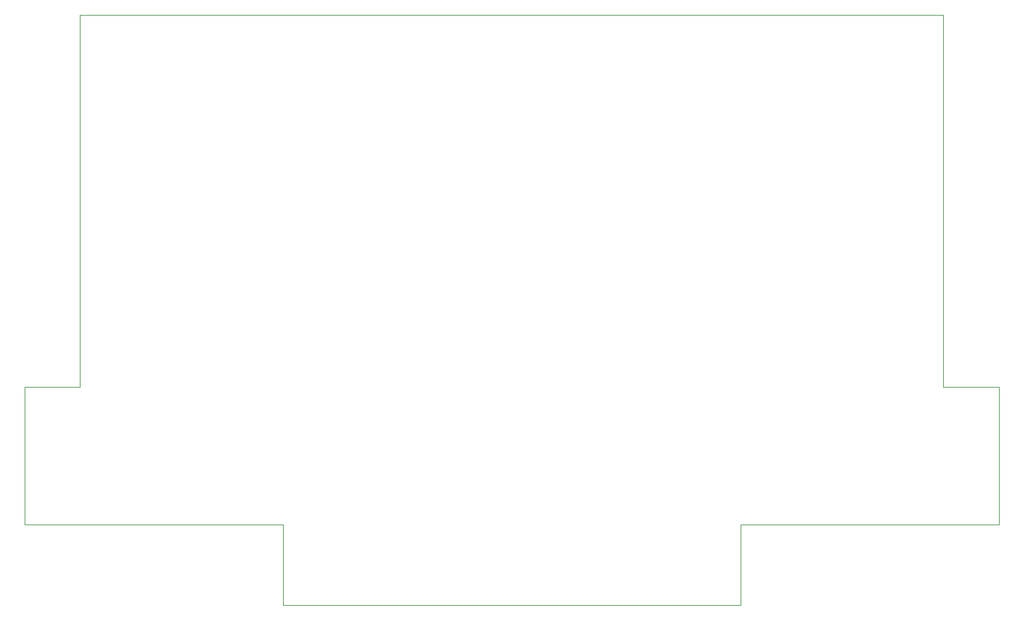
<source format=gbr>
%TF.GenerationSoftware,KiCad,Pcbnew,(6.0.2)*%
%TF.CreationDate,2022-11-25T01:59:39-06:00*%
%TF.ProjectId,Game Genie v1.0,47616d65-2047-4656-9e69-652076312e30,rev?*%
%TF.SameCoordinates,Original*%
%TF.FileFunction,Profile,NP*%
%FSLAX46Y46*%
G04 Gerber Fmt 4.6, Leading zero omitted, Abs format (unit mm)*
G04 Created by KiCad (PCBNEW (6.0.2)) date 2022-11-25 01:59:39*
%MOMM*%
%LPD*%
G01*
G04 APERTURE LIST*
%TA.AperFunction,Profile*%
%ADD10C,0.002000*%
%TD*%
G04 APERTURE END LIST*
D10*
X175048500Y-137668400D02*
X175048500Y-127168400D01*
X81628500Y-127168400D02*
X81628500Y-109168400D01*
X88878500Y-60668400D02*
X201498500Y-60668400D01*
X208748500Y-127168400D02*
X175048500Y-127168400D01*
X201498500Y-109168400D02*
X201498500Y-60668400D01*
X88878500Y-109168400D02*
X81628500Y-109168400D01*
X115328500Y-137668400D02*
X115328500Y-127168400D01*
X175048500Y-137668400D02*
X115328500Y-137668400D01*
X208748500Y-109168400D02*
X208748500Y-127168400D01*
X88878500Y-109168400D02*
X88878500Y-60668400D01*
X115328500Y-127168400D02*
X81628500Y-127168400D01*
X208748500Y-109168400D02*
X201498500Y-109168400D01*
M02*

</source>
